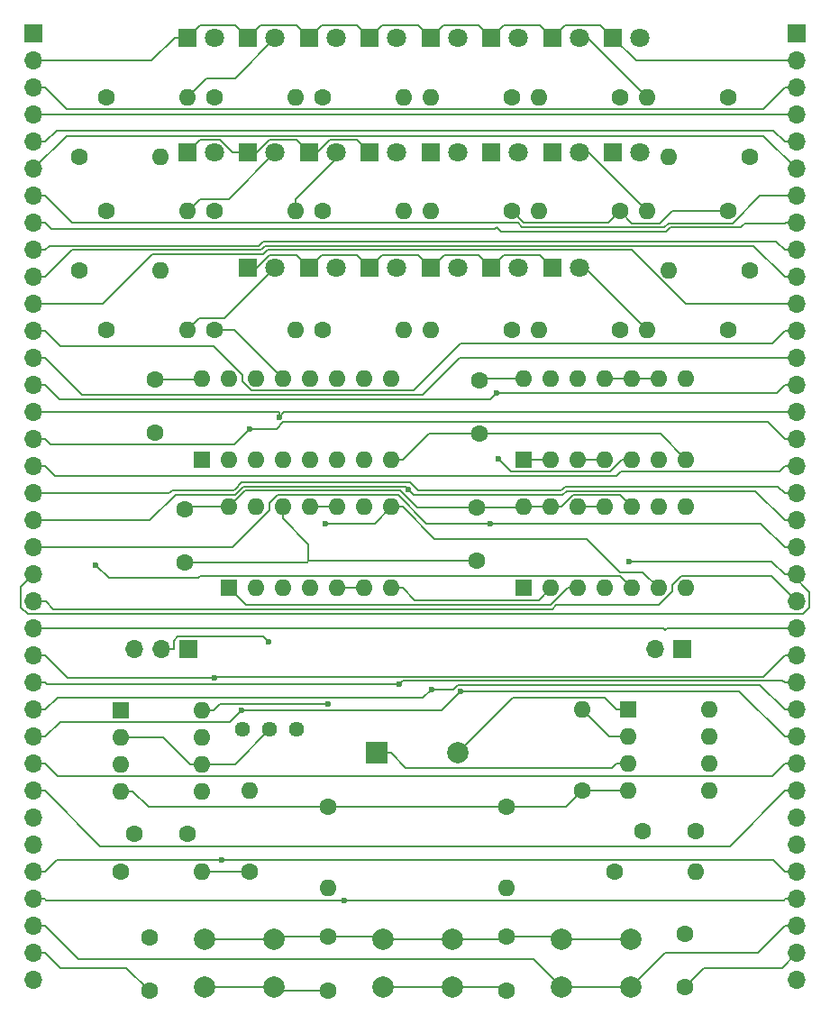
<source format=gbl>
G04 #@! TF.GenerationSoftware,KiCad,Pcbnew,8.0.9-8.0.9-0~ubuntu22.04.1*
G04 #@! TF.CreationDate,2025-07-24T19:11:28+10:00*
G04 #@! TF.ProjectId,UE1-TTL-Clock,5545312d-5454-44c2-9d43-6c6f636b2e6b,rev?*
G04 #@! TF.SameCoordinates,Original*
G04 #@! TF.FileFunction,Copper,L2,Bot*
G04 #@! TF.FilePolarity,Positive*
%FSLAX46Y46*%
G04 Gerber Fmt 4.6, Leading zero omitted, Abs format (unit mm)*
G04 Created by KiCad (PCBNEW 8.0.9-8.0.9-0~ubuntu22.04.1) date 2025-07-24 19:11:28*
%MOMM*%
%LPD*%
G01*
G04 APERTURE LIST*
G04 #@! TA.AperFunction,ComponentPad*
%ADD10R,1.600000X1.600000*%
G04 #@! TD*
G04 #@! TA.AperFunction,ComponentPad*
%ADD11O,1.600000X1.600000*%
G04 #@! TD*
G04 #@! TA.AperFunction,ComponentPad*
%ADD12C,1.600000*%
G04 #@! TD*
G04 #@! TA.AperFunction,ComponentPad*
%ADD13R,1.800000X1.800000*%
G04 #@! TD*
G04 #@! TA.AperFunction,ComponentPad*
%ADD14C,1.800000*%
G04 #@! TD*
G04 #@! TA.AperFunction,ComponentPad*
%ADD15C,2.000000*%
G04 #@! TD*
G04 #@! TA.AperFunction,ComponentPad*
%ADD16R,2.000000X2.000000*%
G04 #@! TD*
G04 #@! TA.AperFunction,ComponentPad*
%ADD17R,1.700000X1.700000*%
G04 #@! TD*
G04 #@! TA.AperFunction,ComponentPad*
%ADD18O,1.700000X1.700000*%
G04 #@! TD*
G04 #@! TA.AperFunction,ComponentPad*
%ADD19C,1.440000*%
G04 #@! TD*
G04 #@! TA.AperFunction,ViaPad*
%ADD20C,0.600000*%
G04 #@! TD*
G04 #@! TA.AperFunction,Conductor*
%ADD21C,0.200000*%
G04 #@! TD*
G04 APERTURE END LIST*
D10*
X108585000Y-105410000D03*
D11*
X111125000Y-105410000D03*
X113665000Y-105410000D03*
X116205000Y-105410000D03*
X118745000Y-105410000D03*
X121285000Y-105410000D03*
X123825000Y-105410000D03*
X123825000Y-97790000D03*
X121285000Y-97790000D03*
X118745000Y-97790000D03*
X116205000Y-97790000D03*
X113665000Y-97790000D03*
X111125000Y-97790000D03*
X108585000Y-97790000D03*
D10*
X106045000Y-93345000D03*
D11*
X108585000Y-93345000D03*
X111125000Y-93345000D03*
X113665000Y-93345000D03*
X116205000Y-93345000D03*
X118745000Y-93345000D03*
X121285000Y-93345000D03*
X123825000Y-93345000D03*
X123825000Y-85725000D03*
X121285000Y-85725000D03*
X118745000Y-85725000D03*
X116205000Y-85725000D03*
X113665000Y-85725000D03*
X111125000Y-85725000D03*
X108585000Y-85725000D03*
X106045000Y-85725000D03*
D10*
X136271000Y-105410000D03*
D11*
X138811000Y-105410000D03*
X141351000Y-105410000D03*
X143891000Y-105410000D03*
X146431000Y-105410000D03*
X148971000Y-105410000D03*
X151511000Y-105410000D03*
X151511000Y-97790000D03*
X148971000Y-97790000D03*
X146431000Y-97790000D03*
X143891000Y-97790000D03*
X141351000Y-97790000D03*
X138811000Y-97790000D03*
X136271000Y-97790000D03*
D12*
X131826000Y-97870000D03*
X131826000Y-102870000D03*
X104394000Y-97997000D03*
X104394000Y-102997000D03*
D13*
X116078000Y-75311000D03*
D14*
X118618000Y-75311000D03*
D12*
X134620000Y-143176000D03*
X134620000Y-138176000D03*
D15*
X106276000Y-138375000D03*
X112776000Y-138375000D03*
X106276000Y-142875000D03*
X112776000Y-142875000D03*
X139804000Y-138375000D03*
X146304000Y-138375000D03*
X139804000Y-142875000D03*
X146304000Y-142875000D03*
D16*
X122490000Y-120904000D03*
D15*
X130090000Y-120904000D03*
D12*
X107188000Y-59309000D03*
D11*
X114808000Y-59309000D03*
D12*
X110490000Y-132080000D03*
D11*
X110490000Y-124460000D03*
D17*
X90170000Y-53340000D03*
D18*
X90170000Y-55880000D03*
X90170000Y-58420000D03*
X90170000Y-60960000D03*
X90170000Y-63500000D03*
X90170000Y-66040000D03*
X90170000Y-68580000D03*
X90170000Y-71120000D03*
X90170000Y-73660000D03*
X90170000Y-76200000D03*
X90170000Y-78740000D03*
X90170000Y-81280000D03*
X90170000Y-83820000D03*
X90170000Y-86360000D03*
X90170000Y-88900000D03*
X90170000Y-91440000D03*
X90170000Y-93980000D03*
X90170000Y-96520000D03*
X90170000Y-99060000D03*
X90170000Y-101600000D03*
X90170000Y-104140000D03*
X90170000Y-106680000D03*
X90170000Y-109220000D03*
X90170000Y-111760000D03*
X90170000Y-114300000D03*
X90170000Y-116840000D03*
X90170000Y-119380000D03*
X90170000Y-121920000D03*
X90170000Y-124460000D03*
X90170000Y-127000000D03*
X90170000Y-129540000D03*
X90170000Y-132080000D03*
X90170000Y-134620000D03*
X90170000Y-137160000D03*
X90170000Y-139700000D03*
X90170000Y-142240000D03*
D12*
X145288000Y-81153000D03*
D11*
X137668000Y-81153000D03*
D10*
X98425000Y-116850000D03*
D11*
X98425000Y-119390000D03*
X98425000Y-121930000D03*
X98425000Y-124470000D03*
X106045000Y-124470000D03*
X106045000Y-121930000D03*
X106045000Y-119390000D03*
X106045000Y-116850000D03*
D12*
X151384000Y-137875000D03*
X151384000Y-142875000D03*
X155448000Y-59309000D03*
D11*
X147828000Y-59309000D03*
D12*
X135128000Y-69977000D03*
D11*
X127508000Y-69977000D03*
D12*
X155448000Y-69977000D03*
D11*
X147828000Y-69977000D03*
D13*
X116078000Y-64516000D03*
D14*
X118618000Y-64516000D03*
D12*
X155448000Y-81153000D03*
D11*
X147828000Y-81153000D03*
D17*
X104775000Y-111125000D03*
D18*
X102235000Y-111125000D03*
X99695000Y-111125000D03*
D13*
X138938000Y-75311000D03*
D14*
X141478000Y-75311000D03*
D12*
X117348000Y-69977000D03*
D11*
X124968000Y-69977000D03*
D13*
X121793000Y-75311000D03*
D14*
X124333000Y-75311000D03*
D12*
X117348000Y-81153000D03*
D11*
X124968000Y-81153000D03*
D10*
X146050000Y-116840000D03*
D11*
X146050000Y-119380000D03*
X146050000Y-121920000D03*
X146050000Y-124460000D03*
X153670000Y-124460000D03*
X153670000Y-121920000D03*
X153670000Y-119380000D03*
X153670000Y-116840000D03*
D13*
X138938000Y-64516000D03*
D14*
X141478000Y-64516000D03*
D13*
X110363000Y-64516000D03*
D14*
X112903000Y-64516000D03*
D12*
X145288000Y-59309000D03*
D11*
X137668000Y-59309000D03*
D12*
X144780000Y-132080000D03*
D11*
X152400000Y-132080000D03*
D13*
X121793000Y-64516000D03*
D14*
X124333000Y-64516000D03*
D12*
X117856000Y-143176000D03*
X117856000Y-138176000D03*
X97028000Y-81153000D03*
D11*
X104648000Y-81153000D03*
D12*
X94488000Y-64897000D03*
D11*
X102108000Y-64897000D03*
D13*
X110363000Y-53721000D03*
D14*
X112903000Y-53721000D03*
D13*
X133223000Y-64516000D03*
D14*
X135763000Y-64516000D03*
D13*
X127508000Y-75311000D03*
D14*
X130048000Y-75311000D03*
D12*
X107188000Y-81153000D03*
D11*
X114808000Y-81153000D03*
D12*
X104695000Y-128524000D03*
X99695000Y-128524000D03*
D13*
X144653000Y-64516000D03*
D14*
X147193000Y-64516000D03*
D13*
X133223000Y-53721000D03*
D14*
X135763000Y-53721000D03*
D13*
X127508000Y-64516000D03*
D14*
X130048000Y-64516000D03*
D13*
X104648000Y-53721000D03*
D14*
X107188000Y-53721000D03*
D12*
X97028000Y-59309000D03*
D11*
X104648000Y-59309000D03*
D13*
X121793000Y-53721000D03*
D14*
X124333000Y-53721000D03*
D13*
X104648000Y-64516000D03*
D14*
X107188000Y-64516000D03*
D12*
X134620000Y-125984000D03*
D11*
X134620000Y-133604000D03*
D13*
X138938000Y-53721000D03*
D14*
X141478000Y-53721000D03*
D12*
X101092000Y-138256000D03*
X101092000Y-143256000D03*
D13*
X116078000Y-53721000D03*
D14*
X118618000Y-53721000D03*
D10*
X136271000Y-93345000D03*
D11*
X138811000Y-93345000D03*
X141351000Y-93345000D03*
X143891000Y-93345000D03*
X146431000Y-93345000D03*
X148971000Y-93345000D03*
X151511000Y-93345000D03*
X151511000Y-85725000D03*
X148971000Y-85725000D03*
X146431000Y-85725000D03*
X143891000Y-85725000D03*
X141351000Y-85725000D03*
X138811000Y-85725000D03*
X136271000Y-85725000D03*
D12*
X94488000Y-75565000D03*
D11*
X102108000Y-75565000D03*
D12*
X145288000Y-69977000D03*
D11*
X137668000Y-69977000D03*
D13*
X144653000Y-53721000D03*
D14*
X147193000Y-53721000D03*
D12*
X157480000Y-64897000D03*
D11*
X149860000Y-64897000D03*
D15*
X123040000Y-138375000D03*
X129540000Y-138375000D03*
X123040000Y-142875000D03*
X129540000Y-142875000D03*
D12*
X157480000Y-75565000D03*
D11*
X149860000Y-75565000D03*
D13*
X110363000Y-75311000D03*
D14*
X112903000Y-75311000D03*
D17*
X161925000Y-53340000D03*
D18*
X161925000Y-55880000D03*
X161925000Y-58420000D03*
X161925000Y-60960000D03*
X161925000Y-63500000D03*
X161925000Y-66040000D03*
X161925000Y-68580000D03*
X161925000Y-71120000D03*
X161925000Y-73660000D03*
X161925000Y-76200000D03*
X161925000Y-78740000D03*
X161925000Y-81280000D03*
X161925000Y-83820000D03*
X161925000Y-86360000D03*
X161925000Y-88900000D03*
X161925000Y-91440000D03*
X161925000Y-93980000D03*
X161925000Y-96520000D03*
X161925000Y-99060000D03*
X161925000Y-101600000D03*
X161925000Y-104140000D03*
X161925000Y-106680000D03*
X161925000Y-109220000D03*
X161925000Y-111760000D03*
X161925000Y-114300000D03*
X161925000Y-116840000D03*
X161925000Y-119380000D03*
X161925000Y-121920000D03*
X161925000Y-124460000D03*
X161925000Y-127000000D03*
X161925000Y-129540000D03*
X161925000Y-132080000D03*
X161925000Y-134620000D03*
X161925000Y-137160000D03*
X161925000Y-139700000D03*
X161925000Y-142240000D03*
D12*
X135128000Y-59309000D03*
D11*
X127508000Y-59309000D03*
D12*
X117856000Y-125984000D03*
D11*
X117856000Y-133604000D03*
D12*
X141732000Y-124460000D03*
D11*
X141732000Y-116840000D03*
D12*
X97028000Y-69977000D03*
D11*
X104648000Y-69977000D03*
D12*
X152400000Y-128270000D03*
X147400000Y-128270000D03*
D13*
X127508000Y-53721000D03*
D14*
X130048000Y-53721000D03*
D13*
X133223000Y-75311000D03*
D14*
X135763000Y-75311000D03*
D12*
X117348000Y-59309000D03*
D11*
X124968000Y-59309000D03*
D12*
X101600000Y-85805000D03*
X101600000Y-90805000D03*
X132080000Y-85932000D03*
X132080000Y-90932000D03*
D19*
X114920000Y-118670000D03*
X112380000Y-118670000D03*
X109840000Y-118670000D03*
D12*
X107188000Y-69977000D03*
D11*
X114808000Y-69977000D03*
D17*
X151130000Y-111125000D03*
D18*
X148590000Y-111125000D03*
D12*
X135128000Y-81153000D03*
D11*
X127508000Y-81153000D03*
D12*
X98425000Y-132080000D03*
D11*
X106045000Y-132080000D03*
D20*
X133913000Y-93293000D03*
X112269900Y-110482900D03*
X96053500Y-103262000D03*
X117595100Y-99340600D03*
X146137500Y-102930100D03*
X133146600Y-99320800D03*
X107885200Y-130978300D03*
X107207700Y-113845700D03*
X125445000Y-96169500D03*
X133743100Y-87048400D03*
X113283000Y-89378200D03*
X110510000Y-90489700D03*
X127583500Y-114913200D03*
X109751800Y-116884900D03*
X130311100Y-115122800D03*
X124566300Y-114462800D03*
X119403600Y-134706900D03*
X117856000Y-116299200D03*
D21*
X146050000Y-119380000D02*
X144272000Y-119380000D01*
X144272000Y-119380000D02*
X141732000Y-116840000D01*
X139340221Y-107002100D02*
X138968621Y-107373700D01*
X90170000Y-106680000D02*
X91372081Y-106680000D01*
X159535100Y-104290100D02*
X161925000Y-106680000D01*
X151068900Y-104290100D02*
X159535100Y-104290100D01*
X91372081Y-106680000D02*
X92065781Y-107373700D01*
X92065781Y-107373700D02*
X138968621Y-107373700D01*
X139340221Y-107002100D02*
X148943900Y-107002100D01*
X148943900Y-107002100D02*
X150241000Y-105705000D01*
X150241000Y-105705000D02*
X150241000Y-105118000D01*
X150241000Y-105118000D02*
X151068900Y-104290100D01*
X141351000Y-105410000D02*
X140366635Y-105410000D01*
X140366635Y-105410000D02*
X138802935Y-106973700D01*
X138802935Y-106973700D02*
X110148700Y-106973700D01*
X110148700Y-106973700D02*
X108585000Y-105410000D01*
X138811000Y-105410000D02*
X137699000Y-106522000D01*
X137699000Y-106522000D02*
X126038700Y-106522000D01*
X126038700Y-106522000D02*
X124926700Y-105410000D01*
X124926700Y-105410000D02*
X123825000Y-105410000D01*
X146431000Y-105410000D02*
X145329300Y-104308300D01*
X145329300Y-104308300D02*
X105862200Y-104308300D01*
X105862200Y-104308300D02*
X105695900Y-104474600D01*
X105695900Y-104474600D02*
X97266100Y-104474600D01*
X97266100Y-104474600D02*
X96053500Y-103262000D01*
X148971000Y-105410000D02*
X147469100Y-103908100D01*
X147469100Y-103908100D02*
X145337300Y-103908100D01*
X145337300Y-103908100D02*
X142200900Y-100771700D01*
X142200900Y-100771700D02*
X127908400Y-100771700D01*
X127908400Y-100771700D02*
X124926700Y-97790000D01*
X124926700Y-97790000D02*
X123825000Y-97790000D01*
X108585000Y-97790000D02*
X104601000Y-97790000D01*
X104601000Y-97790000D02*
X104394000Y-97997000D01*
X108585000Y-97790000D02*
X110108100Y-96266900D01*
X110108100Y-96266900D02*
X124691300Y-96266900D01*
X124691300Y-96266900D02*
X126294400Y-97870000D01*
X126294400Y-97870000D02*
X131826000Y-97870000D01*
X123825000Y-97790000D02*
X122274400Y-99340600D01*
X122274400Y-99340600D02*
X117595100Y-99340600D01*
X101600000Y-85805000D02*
X105965000Y-85805000D01*
X105965000Y-85805000D02*
X106045000Y-85725000D01*
X113665000Y-85725000D02*
X109093000Y-81153000D01*
X109093000Y-81153000D02*
X107188000Y-81153000D01*
X146431000Y-93345000D02*
X145516200Y-93345000D01*
X135077100Y-94457100D02*
X133913000Y-93293000D01*
X145516200Y-93345000D02*
X144404100Y-94457100D01*
X144404100Y-94457100D02*
X135077100Y-94457100D01*
X151511000Y-93345000D02*
X149098000Y-90932000D01*
X149098000Y-90932000D02*
X132080000Y-90932000D01*
X147828000Y-81153000D02*
X141986000Y-75311000D01*
X141986000Y-75311000D02*
X141478000Y-75311000D01*
X104648000Y-81153000D02*
X105748000Y-80053000D01*
X108161000Y-80053000D02*
X112903000Y-75311000D01*
X105748000Y-80053000D02*
X108161000Y-80053000D01*
X133223000Y-75311000D02*
X134423000Y-74111000D01*
X137738000Y-74111000D02*
X138938000Y-75311000D01*
X134423000Y-74111000D02*
X137738000Y-74111000D01*
X127508000Y-75311000D02*
X127635000Y-75311000D01*
X127635000Y-75311000D02*
X128835000Y-74111000D01*
X128835000Y-74111000D02*
X132023000Y-74111000D01*
X132023000Y-74111000D02*
X133223000Y-75311000D01*
X121793000Y-75311000D02*
X122993000Y-74111000D01*
X122993000Y-74111000D02*
X126308000Y-74111000D01*
X126308000Y-74111000D02*
X127508000Y-75311000D01*
X116078000Y-75311000D02*
X117278000Y-74111000D01*
X117278000Y-74111000D02*
X120593000Y-74111000D01*
X120593000Y-74111000D02*
X121793000Y-75311000D01*
X110363000Y-75311000D02*
X111205943Y-75311000D01*
X111205943Y-75311000D02*
X112407643Y-74109300D01*
X112407643Y-74109300D02*
X114876300Y-74109300D01*
X114876300Y-74109300D02*
X116078000Y-75311000D01*
X104648000Y-69977000D02*
X104775000Y-69977000D01*
X104775000Y-69977000D02*
X105875000Y-68877000D01*
X105875000Y-68877000D02*
X108542000Y-68877000D01*
X108542000Y-68877000D02*
X112903000Y-64516000D01*
X135128000Y-69977000D02*
X136229700Y-71078700D01*
X136229700Y-71078700D02*
X144186300Y-71078700D01*
X144186300Y-71078700D02*
X145288000Y-69977000D01*
X147828000Y-69977000D02*
X142367000Y-64516000D01*
X142367000Y-64516000D02*
X141478000Y-64516000D01*
X116078000Y-64516000D02*
X116889586Y-64516000D01*
X116889586Y-64516000D02*
X118089586Y-63316000D01*
X118089586Y-63316000D02*
X120593000Y-63316000D01*
X120593000Y-63316000D02*
X121793000Y-64516000D01*
X93294000Y-62916000D02*
X90170000Y-66040000D01*
X158801000Y-62916000D02*
X93294000Y-62916000D01*
X112405943Y-63316000D02*
X114878000Y-63316000D01*
X161925000Y-66040000D02*
X158801000Y-62916000D01*
X114878000Y-63316000D02*
X116078000Y-64516000D01*
X110363000Y-64516000D02*
X111205943Y-64516000D01*
X111205943Y-64516000D02*
X112405943Y-63316000D01*
X107685057Y-63316000D02*
X108885057Y-64516000D01*
X104648000Y-64516000D02*
X105848000Y-63316000D01*
X105848000Y-63316000D02*
X107685057Y-63316000D01*
X108885057Y-64516000D02*
X110363000Y-64516000D01*
X147828000Y-59309000D02*
X142240000Y-53721000D01*
X142240000Y-53721000D02*
X141478000Y-53721000D01*
X104648000Y-59309000D02*
X106460300Y-57496700D01*
X106460300Y-57496700D02*
X109127300Y-57496700D01*
X109127300Y-57496700D02*
X112903000Y-53721000D01*
X121793000Y-53721000D02*
X120593000Y-52521000D01*
X120593000Y-52521000D02*
X117278000Y-52521000D01*
X117278000Y-52521000D02*
X116078000Y-53721000D01*
X127508000Y-53721000D02*
X126308000Y-52521000D01*
X126308000Y-52521000D02*
X122993000Y-52521000D01*
X122993000Y-52521000D02*
X121793000Y-53721000D01*
X133223000Y-53721000D02*
X132023000Y-52521000D01*
X132023000Y-52521000D02*
X128708000Y-52521000D01*
X128708000Y-52521000D02*
X127508000Y-53721000D01*
X138938000Y-53721000D02*
X137738000Y-52521000D01*
X137738000Y-52521000D02*
X134423000Y-52521000D01*
X134423000Y-52521000D02*
X133223000Y-53721000D01*
X144653000Y-53721000D02*
X143453000Y-52521000D01*
X143453000Y-52521000D02*
X140138000Y-52521000D01*
X140138000Y-52521000D02*
X138938000Y-53721000D01*
X144653000Y-53721000D02*
X146812000Y-55880000D01*
X146812000Y-55880000D02*
X161925000Y-55880000D01*
X110363000Y-53721000D02*
X111563000Y-52521000D01*
X114878000Y-52521000D02*
X116078000Y-53721000D01*
X111563000Y-52521000D02*
X114878000Y-52521000D01*
X104648000Y-53721000D02*
X105848000Y-52521000D01*
X105848000Y-52521000D02*
X109163000Y-52521000D01*
X109163000Y-52521000D02*
X110363000Y-53721000D01*
X90170000Y-104140000D02*
X89018300Y-105291700D01*
X89018300Y-105291700D02*
X89018300Y-107194500D01*
X89018300Y-107194500D02*
X89655500Y-107831700D01*
X89655500Y-107831700D02*
X162491600Y-107831700D01*
X163095900Y-105785900D02*
X161450000Y-104140000D01*
X162491600Y-107831700D02*
X163095900Y-107227400D01*
X163095900Y-107227400D02*
X163095900Y-105785900D01*
X138811000Y-97790000D02*
X139795365Y-97790000D01*
X139795365Y-97790000D02*
X140895365Y-96690000D01*
X140895365Y-96690000D02*
X145331000Y-96690000D01*
X145331000Y-96690000D02*
X146431000Y-97790000D01*
X138811000Y-97790000D02*
X136271000Y-97790000D01*
X131826000Y-97870000D02*
X136191000Y-97870000D01*
X136191000Y-97870000D02*
X136271000Y-97790000D01*
X118745000Y-97790000D02*
X116205000Y-97790000D01*
X144574800Y-122293500D02*
X144948300Y-121920000D01*
X125181200Y-122293500D02*
X144574800Y-122293500D01*
X123791700Y-120904000D02*
X125181200Y-122293500D01*
X122490000Y-120904000D02*
X123791700Y-120904000D01*
X146050000Y-121920000D02*
X144948300Y-121920000D01*
X143891000Y-85725000D02*
X146431000Y-85725000D01*
X148971000Y-85725000D02*
X146431000Y-85725000D01*
X143891000Y-93345000D02*
X141351000Y-93345000D01*
X134319000Y-142875000D02*
X134620000Y-143176000D01*
X129540000Y-142875000D02*
X134319000Y-142875000D01*
X123040000Y-142875000D02*
X129540000Y-142875000D01*
X136271000Y-93345000D02*
X138811000Y-93345000D01*
X113077000Y-143176000D02*
X112776000Y-142875000D01*
X117856000Y-143176000D02*
X113077000Y-143176000D01*
X112776000Y-142875000D02*
X106276000Y-142875000D01*
X110490000Y-132080000D02*
X106045000Y-132080000D01*
X118618000Y-65065300D02*
X118618000Y-64516000D01*
X114808000Y-68875300D02*
X118618000Y-65065300D01*
X114808000Y-69977000D02*
X114808000Y-68875300D01*
X103386700Y-110333200D02*
X103386700Y-111125000D01*
X103746600Y-109973300D02*
X103386700Y-110333200D01*
X111760300Y-109973300D02*
X103746600Y-109973300D01*
X112269900Y-110482900D02*
X111760300Y-109973300D01*
X102235000Y-111125000D02*
X103386700Y-111125000D01*
X105695900Y-104474600D02*
X105860700Y-104309800D01*
X109120000Y-121930000D02*
X106045000Y-121930000D01*
X112380000Y-118670000D02*
X109120000Y-121930000D01*
X102403300Y-119390000D02*
X98425000Y-119390000D01*
X104943300Y-121930000D02*
X102403300Y-119390000D01*
X106045000Y-121930000D02*
X104943300Y-121930000D01*
X90170000Y-76200000D02*
X91321700Y-76200000D01*
X161925000Y-76200000D02*
X160773300Y-76200000D01*
X111729000Y-73492200D02*
X111564200Y-73657000D01*
X111729000Y-73492200D02*
X111564200Y-73657000D01*
X93864700Y-73657000D02*
X91321700Y-76200000D01*
X111564200Y-73657000D02*
X93864700Y-73657000D01*
X111964400Y-73256800D02*
X111729000Y-73492200D01*
X157830100Y-73256800D02*
X111964400Y-73256800D01*
X160773300Y-76200000D02*
X157830100Y-73256800D01*
X161925000Y-60960000D02*
X90170000Y-60960000D01*
X92711500Y-82669800D02*
X91321700Y-81280000D01*
X107119100Y-82669800D02*
X92711500Y-82669800D01*
X109855000Y-85405700D02*
X107119100Y-82669800D01*
X109855000Y-86013100D02*
X109855000Y-85405700D01*
X110690200Y-86848300D02*
X109855000Y-86013100D01*
X125900300Y-86848300D02*
X110690200Y-86848300D01*
X130316900Y-82431700D02*
X125900300Y-86848300D01*
X159621600Y-82431700D02*
X130316900Y-82431700D01*
X160773300Y-81280000D02*
X159621600Y-82431700D01*
X161925000Y-81280000D02*
X160773300Y-81280000D01*
X90170000Y-81280000D02*
X91321700Y-81280000D01*
X159563400Y-102930100D02*
X146137500Y-102930100D01*
X160773300Y-104140000D02*
X159563400Y-102930100D01*
X161925000Y-104140000D02*
X161450000Y-104140000D01*
X161450000Y-104140000D02*
X160773300Y-104140000D01*
X90170000Y-68580000D02*
X91321700Y-68580000D01*
X158455900Y-68580000D02*
X161925000Y-68580000D01*
X155914400Y-71121500D02*
X158455900Y-68580000D01*
X149854100Y-71121500D02*
X155914400Y-71121500D01*
X149452400Y-71523200D02*
X149854100Y-71121500D01*
X136106200Y-71523200D02*
X149452400Y-71523200D01*
X135703000Y-71120000D02*
X136106200Y-71523200D01*
X93861700Y-71120000D02*
X135703000Y-71120000D01*
X91321700Y-68580000D02*
X93861700Y-71120000D01*
X161925000Y-101600000D02*
X160773300Y-101600000D01*
X158494100Y-99320800D02*
X133146600Y-99320800D01*
X160773300Y-101600000D02*
X158494100Y-99320800D01*
X127094600Y-99320800D02*
X133146600Y-99320800D01*
X124442400Y-96668600D02*
X127094600Y-99320800D01*
X113160500Y-96668600D02*
X124442400Y-96668600D01*
X112395000Y-97434100D02*
X113160500Y-96668600D01*
X112395000Y-98085000D02*
X112395000Y-97434100D01*
X108880000Y-101600000D02*
X112395000Y-98085000D01*
X90170000Y-101600000D02*
X108880000Y-101600000D01*
X90170000Y-132080000D02*
X91321700Y-132080000D01*
X161925000Y-132080000D02*
X160773300Y-132080000D01*
X92423400Y-130978300D02*
X107885200Y-130978300D01*
X91321700Y-132080000D02*
X92423400Y-130978300D01*
X159671600Y-130978300D02*
X107885200Y-130978300D01*
X160773300Y-132080000D02*
X159671600Y-130978300D01*
X161925000Y-111760000D02*
X160773300Y-111760000D01*
X90170000Y-111760000D02*
X91321700Y-111760000D01*
X93407400Y-113845700D02*
X91321700Y-111760000D01*
X107207700Y-113845700D02*
X93407400Y-113845700D01*
X107335700Y-113717700D02*
X107207700Y-113845700D01*
X158815600Y-113717700D02*
X107335700Y-113717700D01*
X160773300Y-111760000D02*
X158815600Y-113717700D01*
X161925000Y-99060000D02*
X160773300Y-99060000D01*
X101152300Y-99060000D02*
X90170000Y-99060000D01*
X103543700Y-96668600D02*
X101152300Y-99060000D01*
X109140800Y-96668600D02*
X103543700Y-96668600D01*
X109944200Y-95865200D02*
X109140800Y-96668600D01*
X125140700Y-95865200D02*
X109944200Y-95865200D01*
X125445000Y-96169500D02*
X125140700Y-95865200D01*
X125944100Y-96668600D02*
X125445000Y-96169500D01*
X139884300Y-96668600D02*
X125944100Y-96668600D01*
X140284500Y-96268400D02*
X139884300Y-96668600D01*
X157981700Y-96268400D02*
X140284500Y-96268400D01*
X160773300Y-99060000D02*
X157981700Y-96268400D01*
X103090400Y-96353700D02*
X102925600Y-96518500D01*
X103090400Y-96353700D02*
X102925600Y-96518500D01*
X91323200Y-96518500D02*
X91321700Y-96520000D01*
X102925600Y-96518500D02*
X91323200Y-96518500D01*
X90170000Y-96520000D02*
X91321700Y-96520000D01*
X161925000Y-96520000D02*
X160773300Y-96520000D01*
X140118200Y-95866700D02*
X139882800Y-96102100D01*
X160120000Y-95866700D02*
X140118200Y-95866700D01*
X160773300Y-96520000D02*
X160120000Y-95866700D01*
X139882800Y-96102100D02*
X139748900Y-96236000D01*
X139882800Y-96102100D02*
X139748900Y-96236000D01*
X103208100Y-96236000D02*
X103090400Y-96353700D01*
X109005300Y-96236000D02*
X103208100Y-96236000D01*
X109140700Y-96100600D02*
X109005300Y-96236000D01*
X109140700Y-96100600D02*
X109005300Y-96236000D01*
X109777800Y-95463500D02*
X109140700Y-96100600D01*
X125604800Y-95463500D02*
X109777800Y-95463500D01*
X126377300Y-96236000D02*
X125604800Y-95463500D01*
X139748900Y-96236000D02*
X126377300Y-96236000D01*
X161925000Y-86360000D02*
X160773300Y-86360000D01*
X90170000Y-86360000D02*
X91321700Y-86360000D01*
X160084900Y-87048400D02*
X133743100Y-87048400D01*
X160773300Y-86360000D02*
X160084900Y-87048400D01*
X133116300Y-87675200D02*
X133743100Y-87048400D01*
X92636900Y-87675200D02*
X133116300Y-87675200D01*
X91321700Y-86360000D02*
X92636900Y-87675200D01*
X94775200Y-87273500D02*
X91321700Y-83820000D01*
X126757600Y-87273500D02*
X94775200Y-87273500D01*
X130211100Y-83820000D02*
X126757600Y-87273500D01*
X161925000Y-83820000D02*
X130211100Y-83820000D01*
X90170000Y-83820000D02*
X91321700Y-83820000D01*
X113761200Y-88900000D02*
X113283000Y-89378200D01*
X161925000Y-88900000D02*
X113761200Y-88900000D01*
X113283000Y-88900000D02*
X90170000Y-88900000D01*
X113283000Y-88900000D02*
X113283000Y-89378200D01*
X149379500Y-109220000D02*
X149545800Y-109386300D01*
X90170000Y-109220000D02*
X149379500Y-109220000D01*
X149712100Y-109220000D02*
X161925000Y-109220000D01*
X149545800Y-109386300D02*
X149712100Y-109220000D01*
X149545800Y-109386300D02*
X149712100Y-109220000D01*
X161925000Y-91440000D02*
X160773300Y-91440000D01*
X90170000Y-91440000D02*
X91321700Y-91440000D01*
X91798800Y-91917100D02*
X91321700Y-91440000D01*
X109082600Y-91917100D02*
X91798800Y-91917100D01*
X110510000Y-90489700D02*
X109082600Y-91917100D01*
X159159700Y-89826400D02*
X160773300Y-91440000D01*
X113685700Y-89826400D02*
X159159700Y-89826400D01*
X113022400Y-90489700D02*
X113685700Y-89826400D01*
X110510000Y-90489700D02*
X113022400Y-90489700D01*
X90170000Y-116840000D02*
X91321700Y-116840000D01*
X161925000Y-116840000D02*
X160773300Y-116840000D01*
X126799200Y-115697500D02*
X127583500Y-114913200D01*
X92464200Y-115697500D02*
X126799200Y-115697500D01*
X91321700Y-116840000D02*
X92464200Y-115697500D01*
X127583500Y-114762400D02*
X127583500Y-114913200D01*
X129670000Y-114913200D02*
X127583500Y-114913200D01*
X129670000Y-114913100D02*
X129670000Y-114913200D01*
X130062000Y-114521100D02*
X129670000Y-114913100D01*
X158454400Y-114521100D02*
X130062000Y-114521100D01*
X160773300Y-116840000D02*
X158454400Y-114521100D01*
X127583500Y-114762400D02*
X127583500Y-114913200D01*
X161925000Y-93980000D02*
X160773300Y-93980000D01*
X90170000Y-93980000D02*
X91321700Y-93980000D01*
X144957500Y-94858800D02*
X145192900Y-94623400D01*
X92200500Y-94858800D02*
X144957500Y-94858800D01*
X91321700Y-93980000D02*
X92200500Y-94858800D01*
X145192900Y-94623400D02*
X145357700Y-94458600D01*
X145192900Y-94623400D02*
X145357700Y-94458600D01*
X160294700Y-94458600D02*
X160773300Y-93980000D01*
X145357700Y-94458600D02*
X160294700Y-94458600D01*
X96689700Y-78740000D02*
X90170000Y-78740000D01*
X101371000Y-74058700D02*
X96689700Y-78740000D01*
X111803000Y-74058700D02*
X101371000Y-74058700D01*
X112203200Y-73658500D02*
X111803000Y-74058700D01*
X146395400Y-73658500D02*
X112203200Y-73658500D01*
X151476900Y-78740000D02*
X146395400Y-73658500D01*
X161925000Y-78740000D02*
X151476900Y-78740000D01*
X92364000Y-62457700D02*
X91321700Y-63500000D01*
X159731000Y-62457700D02*
X92364000Y-62457700D01*
X160773300Y-63500000D02*
X159731000Y-62457700D01*
X161925000Y-63500000D02*
X160773300Y-63500000D01*
X90170000Y-63500000D02*
X91321700Y-63500000D01*
X159657200Y-123036100D02*
X160773300Y-121920000D01*
X92437800Y-123036100D02*
X159657200Y-123036100D01*
X91321700Y-121920000D02*
X92437800Y-123036100D01*
X90170000Y-121920000D02*
X91321700Y-121920000D01*
X161925000Y-121920000D02*
X160773300Y-121920000D01*
X161925000Y-71120000D02*
X160773300Y-71120000D01*
X90170000Y-71120000D02*
X91321700Y-71120000D01*
X91889700Y-71688000D02*
X133571000Y-71688000D01*
X91321700Y-71120000D02*
X91889700Y-71688000D01*
X133571000Y-71688000D02*
X133737300Y-71521700D01*
X133571000Y-71688000D02*
X133737300Y-71521700D01*
X160771800Y-71121500D02*
X160773300Y-71120000D01*
X157096600Y-71121500D02*
X160771800Y-71121500D01*
X156930300Y-71287800D02*
X157096600Y-71121500D01*
X156930300Y-71287800D02*
X157096600Y-71121500D01*
X156694900Y-71523200D02*
X156930300Y-71287800D01*
X150020500Y-71523200D02*
X156694900Y-71523200D01*
X149854200Y-71689500D02*
X150020500Y-71523200D01*
X149854200Y-71689500D02*
X150020500Y-71523200D01*
X149618800Y-71924900D02*
X149854200Y-71689500D01*
X134140500Y-71924900D02*
X149618800Y-71924900D01*
X133737300Y-71521700D02*
X134140500Y-71924900D01*
X93317300Y-60415600D02*
X91321700Y-58420000D01*
X158777700Y-60415600D02*
X93317300Y-60415600D01*
X160773300Y-58420000D02*
X158777700Y-60415600D01*
X161925000Y-58420000D02*
X160773300Y-58420000D01*
X90170000Y-58420000D02*
X91321700Y-58420000D01*
X161925000Y-73660000D02*
X160773300Y-73660000D01*
X90170000Y-73660000D02*
X91321700Y-73660000D01*
X111562700Y-73090500D02*
X111397900Y-73255300D01*
X111562700Y-73090500D02*
X111397900Y-73255300D01*
X91726400Y-73255300D02*
X91321700Y-73660000D01*
X111397900Y-73255300D02*
X91726400Y-73255300D01*
X111799600Y-72853600D02*
X111562700Y-73090500D01*
X159966900Y-72853600D02*
X111799600Y-72853600D01*
X160773300Y-73660000D02*
X159966900Y-72853600D01*
X155604300Y-129629000D02*
X160773300Y-124460000D01*
X96490700Y-129629000D02*
X155604300Y-129629000D01*
X91321700Y-124460000D02*
X96490700Y-129629000D01*
X90170000Y-124460000D02*
X91321700Y-124460000D01*
X161925000Y-124460000D02*
X160773300Y-124460000D01*
X90170000Y-119380000D02*
X91321700Y-119380000D01*
X161925000Y-119380000D02*
X160773300Y-119380000D01*
X92711500Y-117990200D02*
X91321700Y-119380000D01*
X108646500Y-117990200D02*
X92711500Y-117990200D01*
X109751800Y-116884900D02*
X108646500Y-117990200D01*
X156516100Y-115122800D02*
X130311100Y-115122800D01*
X160773300Y-119380000D02*
X156516100Y-115122800D01*
X109767800Y-116900900D02*
X109751800Y-116884900D01*
X128533000Y-116900900D02*
X109767800Y-116900900D01*
X130311100Y-115122800D02*
X128533000Y-116900900D01*
X90170000Y-114300000D02*
X91321700Y-114300000D01*
X161925000Y-114300000D02*
X160773300Y-114300000D01*
X124909700Y-114119400D02*
X124566300Y-114462800D01*
X160592700Y-114119400D02*
X124909700Y-114119400D01*
X160773300Y-114300000D02*
X160592700Y-114119400D01*
X91484500Y-114462800D02*
X124566300Y-114462800D01*
X91321700Y-114300000D02*
X91484500Y-114462800D01*
X161925000Y-134620000D02*
X160773300Y-134620000D01*
X90170000Y-134620000D02*
X91321700Y-134620000D01*
X91408600Y-134706900D02*
X91321700Y-134620000D01*
X119403600Y-134706900D02*
X91408600Y-134706900D01*
X160686400Y-134706900D02*
X119403600Y-134706900D01*
X160773300Y-134620000D02*
X160686400Y-134706900D01*
X90170000Y-137160000D02*
X91321700Y-137160000D01*
X139804000Y-142875000D02*
X146304000Y-142875000D01*
X149503800Y-139675200D02*
X146304000Y-142875000D01*
X158258100Y-139675200D02*
X149503800Y-139675200D01*
X160773300Y-137160000D02*
X158258100Y-139675200D01*
X161925000Y-137160000D02*
X160773300Y-137160000D01*
X94436100Y-140274400D02*
X91321700Y-137160000D01*
X137203400Y-140274400D02*
X94436100Y-140274400D01*
X139804000Y-142875000D02*
X137203400Y-140274400D01*
X140208000Y-125984000D02*
X141732000Y-124460000D01*
X134620000Y-125984000D02*
X140208000Y-125984000D01*
X146050000Y-124460000D02*
X144948300Y-124460000D01*
X141732000Y-124460000D02*
X144948300Y-124460000D01*
X132287000Y-85725000D02*
X132080000Y-85932000D01*
X136271000Y-85725000D02*
X132287000Y-85725000D01*
X118745000Y-105410000D02*
X121285000Y-105410000D01*
X134620000Y-125984000D02*
X117856000Y-125984000D01*
X101040700Y-125984000D02*
X99526700Y-124470000D01*
X117856000Y-125984000D02*
X101040700Y-125984000D01*
X98425000Y-124470000D02*
X99526700Y-124470000D01*
X146432500Y-71121500D02*
X145288000Y-69977000D01*
X149066000Y-71121500D02*
X146432500Y-71121500D01*
X150210500Y-69977000D02*
X149066000Y-71121500D01*
X155448000Y-69977000D02*
X150210500Y-69977000D01*
X106045000Y-116850000D02*
X107146700Y-116850000D01*
X117806000Y-116249200D02*
X117856000Y-116299200D01*
X107747500Y-116249200D02*
X117806000Y-116249200D01*
X107146700Y-116850000D02*
X107747500Y-116249200D01*
X146304000Y-138375000D02*
X139804000Y-138375000D01*
X134421000Y-138375000D02*
X134620000Y-138176000D01*
X129540000Y-138375000D02*
X134421000Y-138375000D01*
X139605000Y-138176000D02*
X139804000Y-138375000D01*
X134620000Y-138176000D02*
X139605000Y-138176000D01*
X106276000Y-138375000D02*
X112776000Y-138375000D01*
X98912200Y-141076200D02*
X101092000Y-143256000D01*
X92697900Y-141076200D02*
X98912200Y-141076200D01*
X91321700Y-139700000D02*
X92697900Y-141076200D01*
X90170000Y-139700000D02*
X91321700Y-139700000D01*
X143891000Y-97790000D02*
X141351000Y-97790000D01*
X112975000Y-138176000D02*
X117856000Y-138176000D01*
X112776000Y-138375000D02*
X112975000Y-138176000D01*
X122841000Y-138176000D02*
X123040000Y-138375000D01*
X117856000Y-138176000D02*
X122841000Y-138176000D01*
X160535200Y-141089800D02*
X161925000Y-139700000D01*
X153169200Y-141089800D02*
X160535200Y-141089800D01*
X151384000Y-142875000D02*
X153169200Y-141089800D01*
X123825000Y-93345000D02*
X124926700Y-93345000D01*
X101287300Y-55880000D02*
X103446300Y-53721000D01*
X90170000Y-55880000D02*
X101287300Y-55880000D01*
X104648000Y-53721000D02*
X103446300Y-53721000D01*
X123040000Y-138375000D02*
X129540000Y-138375000D01*
X143846600Y-115738300D02*
X144948300Y-116840000D01*
X135255700Y-115738300D02*
X143846600Y-115738300D01*
X130090000Y-120904000D02*
X135255700Y-115738300D01*
X146050000Y-116840000D02*
X144948300Y-116840000D01*
X116044000Y-102870000D02*
X131826000Y-102870000D01*
X116044000Y-101270700D02*
X116044000Y-102870000D01*
X113665000Y-98891700D02*
X116044000Y-101270700D01*
X115917000Y-102997000D02*
X104394000Y-102997000D01*
X116044000Y-102870000D02*
X115917000Y-102997000D01*
X113665000Y-97790000D02*
X113665000Y-98891700D01*
X127339700Y-90932000D02*
X132080000Y-90932000D01*
X124926700Y-93345000D02*
X127339700Y-90932000D01*
M02*

</source>
